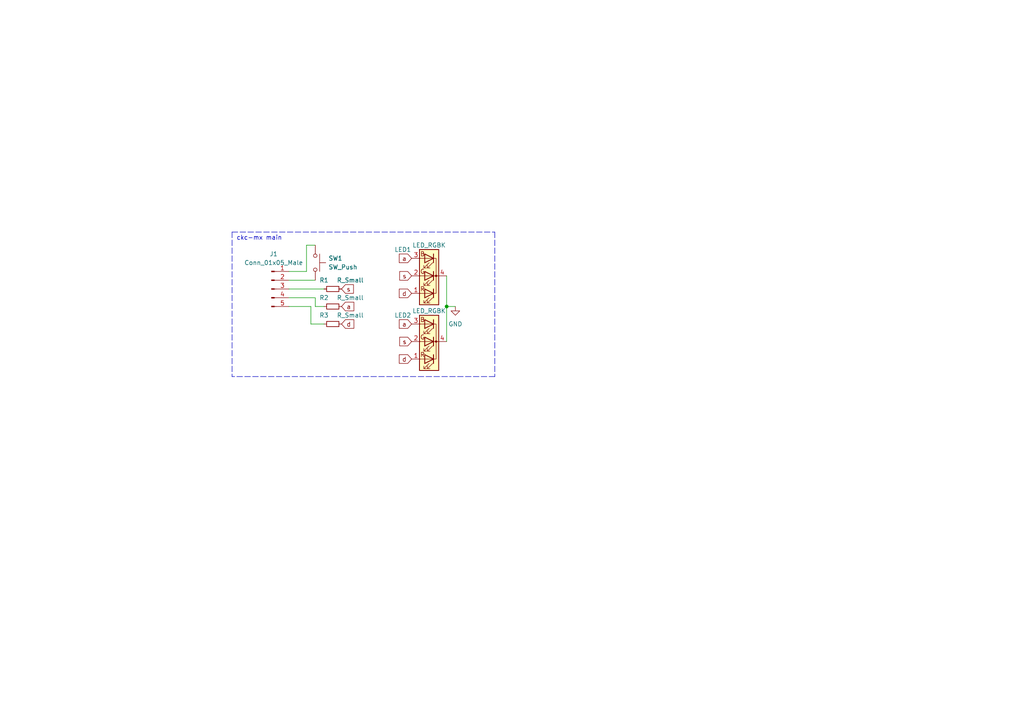
<source format=kicad_sch>
(kicad_sch (version 20211123) (generator eeschema)
  (paper "A4")
  (lib_symbols
    (symbol "Connector:Conn_01x05_Male" (pin_names (offset 1.016) hide)
      (property "Reference" "J" (at 0 7.62 0))
      (property "Value" "Conn_01x05_Male" (at 0 -7.62 0))
      (symbol "Conn_01x05_Male_1_1"
        (polyline (pts (xy 1.27 -5.08) (xy 0.8636 -5.08)) (stroke (width 0.1524)))
        (polyline (pts (xy 1.27 -2.54) (xy 0.8636 -2.54)) (stroke (width 0.1524)))
        (polyline (pts (xy 1.27 0) (xy 0.8636 0)) (stroke (width 0.1524)))
        (polyline (pts (xy 1.27 2.54) (xy 0.8636 2.54)) (stroke (width 0.1524)))
        (polyline (pts (xy 1.27 5.08) (xy 0.8636 5.08)) (stroke (width 0.1524)))
        (rectangle (start 0.8636 -4.953) (end 0 -5.207) (stroke (width 0.1524)) (fill (type outline)))
        (rectangle (start 0.8636 -2.413) (end 0 -2.667) (stroke (width 0.1524)) (fill (type outline)))
        (rectangle (start 0.8636 0.127) (end 0 -0.127) (stroke (width 0.1524)) (fill (type outline)))
        (rectangle (start 0.8636 2.667) (end 0 2.413) (stroke (width 0.1524)) (fill (type outline)))
        (rectangle (start 0.8636 5.207) (end 0 4.953) (stroke (width 0.1524)) (fill (type outline)))
        (pin passive line (at 5.08 5.08 180) (length 3.81) (name "Pin_1") (number "1"))
        (pin passive line (at 5.08 2.54 180) (length 3.81) (name "Pin_2") (number "2"))
        (pin passive line (at 5.08 0 180) (length 3.81) (name "Pin_3") (number "3"))
        (pin passive line (at 5.08 -2.54 180) (length 3.81) (name "Pin_4") (number "4"))
        (pin passive line (at 5.08 -5.08 180) (length 3.81) (name "Pin_5") (number "5"))
      )
    )
    (symbol "Device:LED_RGBK" (pin_names (offset 0) hide)
      (property "Reference" "D" (at 0 9.398 0))
      (property "Value" "LED_RGBK" (at 0 -8.89 0))
      (symbol "LED_RGBK_0_0"
        (text "B" (at 1.905 -6.35 0) (effects (font (size 1.27 1.27))))
        (text "G" (at 1.905 -1.27 0) (effects (font (size 1.27 1.27))))
        (text "R" (at 1.905 3.81 0) (effects (font (size 1.27 1.27))))
      )
      (symbol "LED_RGBK_0_1"
        (circle (center -2.032 0) (radius 0.254) (fill (type outline)))
        (polyline (pts (xy -1.27 -5.08) (xy 1.27 -5.08)))
        (polyline (pts (xy -1.27 -3.81) (xy -1.27 -6.35)) (stroke (width 0.254)))
        (polyline (pts (xy -1.27 0) (xy -2.54 0)))
        (polyline (pts (xy -1.27 1.27) (xy -1.27 -1.27)) (stroke (width 0.254)))
        (polyline (pts (xy -1.27 5.08) (xy 1.27 5.08)))
        (polyline (pts (xy -1.27 6.35) (xy -1.27 3.81)) (stroke (width 0.254)))
        (polyline (pts (xy 1.27 -5.08) (xy 2.54 -5.08)))
        (polyline (pts (xy 1.27 0) (xy -1.27 0)))
        (polyline (pts (xy 1.27 0) (xy 2.54 0)))
        (polyline (pts (xy 1.27 5.08) (xy 2.54 5.08)))
        (polyline (pts (xy -1.27 1.27) (xy -1.27 -1.27) (xy -1.27 -1.27)))
        (polyline (pts (xy -1.27 6.35) (xy -1.27 3.81) (xy -1.27 3.81)))
        (polyline (pts (xy -1.27 5.08) (xy -2.032 5.08) (xy -2.032 -5.08) (xy -1.016 -5.08)))
        (polyline (pts (xy 1.27 -3.81) (xy 1.27 -6.35) (xy -1.27 -5.08) (xy 1.27 -3.81)) (stroke (width 0.254)))
        (polyline (pts (xy 1.27 1.27) (xy 1.27 -1.27) (xy -1.27 0) (xy 1.27 1.27)) (stroke (width 0.254)))
        (polyline (pts (xy 1.27 6.35) (xy 1.27 3.81) (xy -1.27 5.08) (xy 1.27 6.35)) (stroke (width 0.254)))
        (polyline (pts (xy -1.016 -3.81) (xy 0.508 -2.286) (xy -0.254 -2.286) (xy 0.508 -2.286) (xy 0.508 -3.048)))
        (polyline (pts (xy -1.016 1.27) (xy 0.508 2.794) (xy -0.254 2.794) (xy 0.508 2.794) (xy 0.508 2.032)))
        (polyline (pts (xy -1.016 6.35) (xy 0.508 7.874) (xy -0.254 7.874) (xy 0.508 7.874) (xy 0.508 7.112)))
        (polyline (pts (xy 0 -3.81) (xy 1.524 -2.286) (xy 0.762 -2.286) (xy 1.524 -2.286) (xy 1.524 -3.048)))
        (polyline (pts (xy 0 1.27) (xy 1.524 2.794) (xy 0.762 2.794) (xy 1.524 2.794) (xy 1.524 2.032)))
        (polyline (pts (xy 0 6.35) (xy 1.524 7.874) (xy 0.762 7.874) (xy 1.524 7.874) (xy 1.524 7.112)))
        (rectangle (start 1.27 -1.27) (end 1.27 1.27))
        (rectangle (start 1.27 1.27) (end 1.27 1.27))
        (rectangle (start 1.27 3.81) (end 1.27 6.35))
        (rectangle (start 1.27 6.35) (end 1.27 6.35))
        (rectangle (start 2.794 8.382) (end -2.794 -7.62) (stroke (width 0.254)) (fill (type background)))
      )
      (symbol "LED_RGBK_1_1"
        (pin passive line (at 5.08 5.08 180) (length 2.54) (name "RA") (number "1"))
        (pin passive line (at 5.08 0 180) (length 2.54) (name "GA") (number "2"))
        (pin passive line (at 5.08 -5.08 180) (length 2.54) (name "BA") (number "3"))
        (pin passive line (at -5.08 0 0) (length 2.54) (name "K") (number "4"))
      )
    )
    (symbol "Device:R_Small" (pin_numbers hide) (pin_names (offset 0.254) hide)
      (property "Reference" "R" (at 0.762 0.508 0))
      (property "Value" "R_Small" (at 0.762 -1.016 0))
      (symbol "R_Small_0_1"
        (rectangle (start -0.762 1.778) (end 0.762 -1.778) (stroke (width 0.2032)))
      )
      (symbol "R_Small_1_1"
        (pin passive line (at 0 2.54 270) (length 0.762) (name "~") (number "1"))
        (pin passive line (at 0 -2.54 90) (length 0.762) (name "~") (number "2"))
      )
    )
    (symbol "Switch:SW_Push" (pin_numbers hide) (pin_names (offset 1.016) hide)
      (property "Reference" "SW" (at 1.27 2.54 0))
      (property "Value" "SW_Push" (at 0 -1.524 0))
      (symbol "SW_Push_0_1"
        (circle (center -2.032 0) (radius 0.508))
        (polyline (pts (xy 0 1.27) (xy 0 3.048)))
        (polyline (pts (xy 2.54 1.27) (xy -2.54 1.27)))
        (circle (center 2.032 0) (radius 0.508))
        (pin passive line (at -5.08 0 0) (length 2.54) (name "1") (number "1"))
        (pin passive line (at 5.08 0 180) (length 2.54) (name "2") (number "2"))
      )
    )
    (symbol "power:GND" (power) (pin_names (offset 0))
      (property "Value" "GND" (at 0 -3.81 0))
      (symbol "GND_0_1"
        (polyline (pts (xy 0 0) (xy 0 -1.27) (xy 1.27 -1.27) (xy 0 -2.54) (xy -1.27 -1.27) (xy 0 -1.27)))
      )
      (symbol "GND_1_1"
        (pin power_in line (at 0 0 270) (length 0) hide (name "GND") (number "1"))
      )
    )
  )
  (junction (at 129.54 88.9))
  (polyline (pts (xy 143.51 109.22) (xy 67.31 109.22)))
  (wire (pts (xy 90.17 88.9) (xy 90.17 93.98)))
  (polyline (pts (xy 67.31 67.31) (xy 67.31 109.22)))
  (wire (pts (xy 91.44 86.36) (xy 83.82 86.36)))
  (wire (pts (xy 129.54 80.01) (xy 129.54 88.9)))
  (wire (pts (xy 90.17 93.98) (xy 93.98 93.98)))
  (wire (pts (xy 83.82 81.28) (xy 91.44 81.28)))
  (wire (pts (xy 88.9 78.74) (xy 88.9 71.12)))
  (polyline (pts (xy 143.51 67.31) (xy 143.51 109.22)))
  (wire (pts (xy 83.82 83.82) (xy 93.98 83.82)))
  (wire (pts (xy 91.44 88.9) (xy 91.44 86.36)))
  (wire (pts (xy 83.82 78.74) (xy 88.9 78.74)))
  (wire (pts (xy 83.82 88.9) (xy 90.17 88.9)))
  (wire (pts (xy 93.98 88.9) (xy 91.44 88.9)))
  (wire (pts (xy 129.54 88.9) (xy 132.08 88.9)))
  (wire (pts (xy 88.9 71.12) (xy 91.44 71.12)))
  (polyline (pts (xy 67.31 67.31) (xy 143.51 67.31)))
  (wire (pts (xy 129.54 88.9) (xy 129.54 99.06)))
  (text "ckc-mx main" (at 68.58 69.85 0) (effects (font (size 1.27 1.27)) (justify left bottom)))
  (global_label "d" (shape input) (at 99.06 93.98 0) (property "Intersheet References" "${INTERSHEET_REFS}" (effects hide)))
  (global_label "a" (shape input) (at 119.38 74.93 180) (property "Intersheet References" "${INTERSHEET_REFS}" (effects hide)))
  (global_label "s" (shape input) (at 99.06 83.82 0) (property "Intersheet References" "${INTERSHEET_REFS}" (effects hide)))
  (global_label "d" (shape input) (at 119.38 85.09 180) (property "Intersheet References" "${INTERSHEET_REFS}" (effects hide)))
  (global_label "d" (shape input) (at 119.38 104.14 180) (property "Intersheet References" "${INTERSHEET_REFS}" (effects hide)))
  (global_label "a" (shape input) (at 99.06 88.9 0) (property "Intersheet References" "${INTERSHEET_REFS}" (effects hide)))
  (global_label "s" (shape input) (at 119.38 80.01 180) (property "Intersheet References" "${INTERSHEET_REFS}" (effects hide)))
  (global_label "a" (shape input) (at 119.38 93.98 180) (property "Intersheet References" "${INTERSHEET_REFS}" (effects hide)))
  (global_label "s" (shape input) (at 119.38 99.06 180) (property "Intersheet References" "${INTERSHEET_REFS}" (effects hide)))
  (symbol (lib_id "power:GND") (at 132.08 88.9 0) (unit 1)
    (property "Reference" "#PWR0101" (effects hide))
    (property "Value" "GND" (at 132.08 93.98 0))
  )
  (symbol (lib_id "Device:R_Small") (at 96.52 93.98 90) (unit 1)
    (property "Reference" "R3" (at 93.98 91.44 90))
    (property "Value" "R_Small" (at 101.6 91.44 90))
    (property "Footprint" "Resistor_SMD:R_0805_2012Metric_Pad1.20x1.40mm_HandSolder" (effects hide))
  )
  (symbol (lib_id "Device:R_Small") (at 96.52 83.82 90) (unit 1)
    (property "Reference" "R1" (at 93.98 81.28 90))
    (property "Value" "R_Small" (at 101.6 81.28 90))
    (property "Footprint" "Resistor_SMD:R_0805_2012Metric_Pad1.20x1.40mm_HandSolder" (effects hide))
  )
  (symbol (lib_id "Switch:SW_Push") (at 91.44 76.2 270) (unit 1)
    (property "Reference" "SW1" (at 95.25 74.9299 90) (effects (justify left)))
    (property "Value" "SW_Push" (at 95.25 77.4699 90) (effects (justify left)))
    (property "Footprint" "alexandria_MX:MX100" (effects hide))
  )
  (symbol (lib_id "Connector:Conn_01x05_Male") (at 78.74 83.82 0) (unit 1)
    (property "Reference" "J1" (at 79.375 73.66 0))
    (property "Value" "Conn_01x05_Male" (at 79.375 76.2 0))
    (property "Footprint" "Connector_JST:JST_PH_B5B-PH-K_1x05_P2.00mm_Vertical" (effects hide))
  )
  (symbol (lib_id "Device:LED_RGBK") (at 124.46 99.06 180) (unit 1)
    (property "Reference" "LED2" (at 116.84 91.44 0))
    (property "Value" "LED_RGBK" (at 124.46 90.17 0))
    (property "Footprint" "LED_THT:LED_D5.0mm-4_RGB_Wide_Pins" (effects hide))
  )
  (symbol (lib_id "Device:LED_RGBK") (at 124.46 80.01 180) (unit 1)
    (property "Reference" "LED1" (at 116.84 72.39 0))
    (property "Value" "LED_RGBK" (at 124.46 71.12 0))
    (property "Footprint" "LED_THT:LED_D5.0mm-4_RGB_Wide_Pins" (effects hide))
  )
  (symbol (lib_id "Device:R_Small") (at 96.52 88.9 90) (unit 1)
    (property "Reference" "R2" (at 93.98 86.36 90))
    (property "Value" "R_Small" (at 101.6 86.36 90))
    (property "Footprint" "Resistor_SMD:R_0805_2012Metric_Pad1.20x1.40mm_HandSolder" (effects hide))
  )
)
</source>
